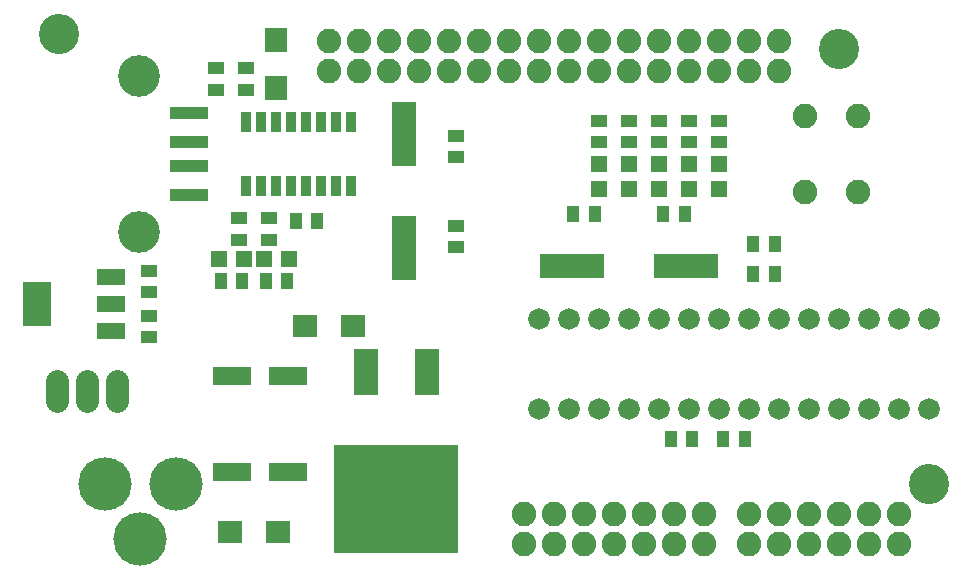
<source format=gbr>
G04 EAGLE Gerber RS-274X export*
G75*
%MOMM*%
%FSLAX34Y34*%
%LPD*%
%INSoldermask Top*%
%IPPOS*%
%AMOC8*
5,1,8,0,0,1.08239X$1,22.5*%
G01*
%ADD10C,3.403200*%
%ADD11R,3.203200X1.603200*%
%ADD12R,1.003200X1.403200*%
%ADD13R,1.403200X1.003200*%
%ADD14R,2.003200X1.903200*%
%ADD15R,1.903200X2.003200*%
%ADD16R,2.438400X1.422400*%
%ADD17R,2.403200X3.803200*%
%ADD18C,3.530600*%
%ADD19R,3.203200X1.103200*%
%ADD20C,2.082800*%
%ADD21R,1.403200X1.403200*%
%ADD22C,4.521200*%
%ADD23C,1.912800*%
%ADD24R,0.838200X1.727200*%
%ADD25R,10.503200X9.103200*%
%ADD26R,2.133600X4.013200*%
%ADD27C,1.828800*%
%ADD28R,2.133600X5.537200*%
%ADD29R,5.537200X2.133600*%


D10*
X38100Y457200D03*
X698500Y444500D03*
X774700Y76200D03*
D11*
X232280Y86360D03*
X184280Y86360D03*
D12*
X549800Y304800D03*
X567800Y304800D03*
X491600Y304800D03*
X473600Y304800D03*
X556150Y114300D03*
X574150Y114300D03*
X600600Y114300D03*
X618600Y114300D03*
X626000Y254000D03*
X644000Y254000D03*
D11*
X232280Y167640D03*
X184280Y167640D03*
D13*
X114300Y238650D03*
X114300Y256650D03*
X114300Y218550D03*
X114300Y200550D03*
X374650Y294750D03*
X374650Y276750D03*
X374650Y352950D03*
X374650Y370950D03*
D12*
X238650Y298450D03*
X256650Y298450D03*
D13*
X171450Y410100D03*
X171450Y428100D03*
X196850Y410100D03*
X196850Y428100D03*
D14*
X182700Y35560D03*
X223700Y35560D03*
X287200Y209550D03*
X246200Y209550D03*
D15*
X222250Y411300D03*
X222250Y452300D03*
D16*
X81788Y205486D03*
X81788Y228600D03*
X81788Y251714D03*
D17*
X19810Y228600D03*
D18*
X106200Y289941D03*
X106200Y421259D03*
D19*
X148320Y365600D03*
X148320Y390600D03*
X148320Y345600D03*
X148320Y320600D03*
D20*
X647700Y425450D03*
X622300Y425450D03*
X596900Y425450D03*
X571500Y425450D03*
X546100Y425450D03*
X520700Y425450D03*
X495300Y425450D03*
X469900Y425450D03*
X444500Y425450D03*
X419100Y425450D03*
X393700Y425450D03*
X368300Y425450D03*
X342900Y425450D03*
X317500Y425450D03*
X292100Y425450D03*
X266700Y425450D03*
X622300Y50800D03*
X647700Y50800D03*
X673100Y50800D03*
X698500Y50800D03*
X723900Y50800D03*
X749300Y50800D03*
X622300Y25400D03*
X647700Y25400D03*
X673100Y25400D03*
X698500Y25400D03*
X723900Y25400D03*
X749300Y25400D03*
X647700Y450850D03*
X622300Y450850D03*
X596900Y450850D03*
X571500Y450850D03*
X546100Y450850D03*
X520700Y450850D03*
X495300Y450850D03*
X469900Y450850D03*
X444500Y450850D03*
X419100Y450850D03*
X393700Y450850D03*
X368300Y450850D03*
X342900Y450850D03*
X317500Y450850D03*
X292100Y450850D03*
X266700Y450850D03*
X431800Y50800D03*
X457200Y50800D03*
X482600Y50800D03*
X508000Y50800D03*
X533400Y50800D03*
X558800Y50800D03*
X584200Y50800D03*
X431800Y25400D03*
X457200Y25400D03*
X482600Y25400D03*
X508000Y25400D03*
X533400Y25400D03*
X558800Y25400D03*
X584200Y25400D03*
D21*
X173650Y266700D03*
X194650Y266700D03*
X232750Y266700D03*
X211750Y266700D03*
X596900Y326050D03*
X596900Y347050D03*
X571500Y326050D03*
X571500Y347050D03*
X546100Y326050D03*
X546100Y347050D03*
X520700Y326050D03*
X520700Y347050D03*
X495300Y326050D03*
X495300Y347050D03*
D22*
X137000Y76200D03*
X77000Y76200D03*
X107000Y29200D03*
D12*
X175150Y247650D03*
X193150Y247650D03*
D13*
X495300Y365650D03*
X495300Y383650D03*
X190500Y283100D03*
X190500Y301100D03*
D12*
X231250Y247650D03*
X213250Y247650D03*
D13*
X215900Y283100D03*
X215900Y301100D03*
D12*
X626000Y279400D03*
X644000Y279400D03*
D13*
X596900Y365650D03*
X596900Y383650D03*
X571500Y365650D03*
X571500Y383650D03*
X546100Y365650D03*
X546100Y383650D03*
X520700Y365650D03*
X520700Y383650D03*
D23*
X36830Y163488D02*
X36830Y146392D01*
X62230Y146392D02*
X62230Y163488D01*
X87630Y163488D02*
X87630Y146392D01*
D24*
X209550Y328650D03*
X234950Y382550D03*
X196850Y328650D03*
X222250Y328650D03*
X234950Y328650D03*
X222250Y382550D03*
X247650Y382550D03*
X260350Y382550D03*
X260350Y328650D03*
X285750Y382550D03*
X247650Y328650D03*
X273050Y328650D03*
X273050Y382550D03*
X285750Y328650D03*
X209550Y382550D03*
X196850Y382550D03*
D25*
X323850Y63900D03*
D26*
X349350Y171400D03*
X298350Y171400D03*
D27*
X774700Y215900D03*
X749300Y215900D03*
X723900Y215900D03*
X698500Y215900D03*
X673100Y215900D03*
X647700Y215900D03*
X622300Y215900D03*
X596900Y215900D03*
X571500Y215900D03*
X546100Y215900D03*
X520700Y215900D03*
X495300Y215900D03*
X469900Y215900D03*
X444500Y215900D03*
X444500Y139700D03*
X469900Y139700D03*
X495300Y139700D03*
X520700Y139700D03*
X546100Y139700D03*
X571500Y139700D03*
X596900Y139700D03*
X622300Y139700D03*
X647700Y139700D03*
X673100Y139700D03*
X698500Y139700D03*
X723900Y139700D03*
X749300Y139700D03*
X774700Y139700D03*
D28*
X330200Y372110D03*
X330200Y275590D03*
D29*
X472440Y260350D03*
X568960Y260350D03*
D20*
X669544Y323088D03*
X669544Y388112D03*
X714756Y323088D03*
X714756Y388112D03*
M02*

</source>
